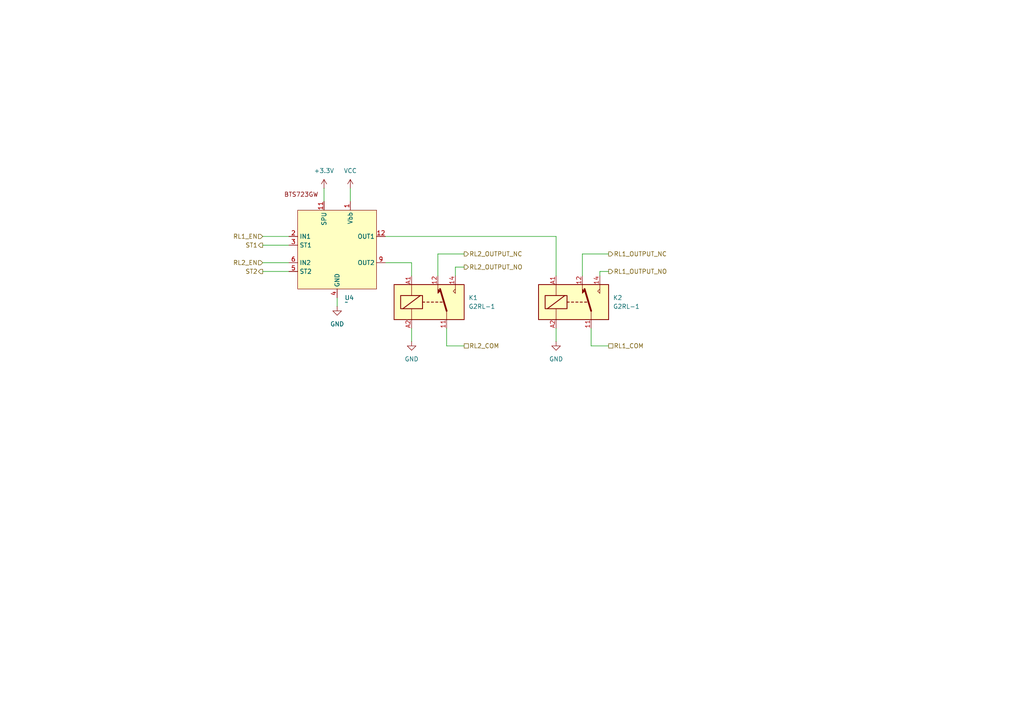
<source format=kicad_sch>
(kicad_sch (version 20250114) (generator "eeschema") (generator_version "9.0")
  (paper "A4")
  (lib_symbols
    (symbol "Relay:G2RL-1"
      (property "Reference" "K" (at 11.43 3.81 0))
      (property "Value" "G2RL-1" (at 11.43 1.27 0))
      (symbol "G2RL-1_0_0"
        (polyline (pts (xy 7.62 5.08) (xy 7.62 2.54) (xy 6.985 3.175) (xy 7.62 3.81)))
      )
      (symbol "G2RL-1_0_1"
        (rectangle (start -10.16 5.08) (end 10.16 -5.08) (stroke (width 0.254)) (fill (type background)))
        (rectangle (start -8.255 1.905) (end -1.905 -1.905) (stroke (width 0.254)))
        (polyline (pts (xy -7.62 -1.905) (xy -2.54 1.905)) (stroke (width 0.254)))
        (polyline (pts (xy -5.08 5.08) (xy -5.08 1.905)))
        (polyline (pts (xy -5.08 -5.08) (xy -5.08 -1.905)))
        (polyline (pts (xy -1.905 0) (xy -1.27 0)) (stroke (width 0.254)))
        (polyline (pts (xy -0.635 0) (xy 0 0)) (stroke (width 0.254)))
        (polyline (pts (xy 0.635 0) (xy 1.27 0)) (stroke (width 0.254)))
        (polyline (pts (xy 1.905 0) (xy 2.54 0)) (stroke (width 0.254)))
        (polyline (pts (xy 2.54 5.08) (xy 2.54 2.54) (xy 3.175 3.175) (xy 2.54 3.81)) (fill (type outline)))
        (polyline (pts (xy 3.175 0) (xy 3.81 0)) (stroke (width 0.254)))
        (polyline (pts (xy 5.08 -2.54) (xy 3.175 3.81)) (stroke (width 0.508)))
        (polyline (pts (xy 5.08 -2.54) (xy 5.08 -5.08)))
      )
      (symbol "G2RL-1_1_1"
        (pin passive line (at -5.08 7.62 270) (length 2.54) (name "~") (number "A1"))
        (pin passive line (at -5.08 -7.62 90) (length 2.54) (name "~") (number "A2"))
        (pin passive line (at 2.54 7.62 270) (length 2.54) (name "~") (number "12"))
        (pin passive line (at 5.08 -7.62 90) (length 2.54) (name "~") (number "11"))
        (pin passive line (at 7.62 7.62 270) (length 2.54) (name "~") (number "14"))
      )
    )
    (symbol "Riqi_Parts:BTS723GW"
      (property "Reference" "U" (at -2.032 5.334 0))
      (symbol "BTS723GW_1_1"
        (rectangle (start -2.54 -1.27) (end 20.32 -24.13) (fill (type background)))
        (text "BTS723GW" (at -1.524 3.302 0) (effects (font (size 1.27 1.27))))
        (pin input line (at -5.08 -8.89 0) (length 2.54) (name "IN1") (number "2"))
        (pin output line (at -5.08 -11.43 0) (length 2.54) (name "ST1") (number "3"))
        (pin input line (at -5.08 -16.51 0) (length 2.54) (name "IN2") (number "6"))
        (pin output line (at -5.08 -19.05 0) (length 2.54) (name "ST2") (number "5"))
        (pin power_in line (at 5.08 1.27 270) (length 2.54) (name "SPU") (number "11"))
        (pin power_in line (at 8.89 -26.67 90) (length 2.54) (name "GND") (number "4"))
        (pin power_in line (at 12.7 1.27 270) (length 2.54) (name "Vbb") (number "1"))
        (pin power_in line (at 12.7 1.27 270) (length 2.54) (hide yes) (name "Vbb") (number "14"))
        (pin power_in line (at 12.7 1.27 270) (length 2.54) (hide yes) (name "Vbb") (number "7"))
        (pin power_in line (at 12.7 1.27 270) (length 2.54) (hide yes) (name "Vbb") (number "8"))
        (pin output line (at 22.86 -8.89 180) (length 2.54) (name "OUT1") (number "12"))
        (pin output line (at 22.86 -8.89 180) (length 2.54) (hide yes) (name "OUT1") (number "13"))
        (pin output line (at 22.86 -16.51 180) (length 2.54) (hide yes) (name "OUT2") (number "10"))
        (pin output line (at 22.86 -16.51 180) (length 2.54) (name "OUT2") (number "9"))
      )
    )
    (symbol "power:+3.3V" (power) (pin_numbers (hide yes)) (pin_names (offset 0) (hide yes))
      (property "Value" "+3.3V" (at 0 3.556 0))
      (symbol "+3.3V_0_1"
        (polyline (pts (xy -0.762 1.27) (xy 0 2.54)))
        (polyline (pts (xy 0 2.54) (xy 0.762 1.27)))
        (polyline (pts (xy 0 0) (xy 0 2.54)))
      )
      (symbol "+3.3V_1_1"
        (pin power_in line (at 0 0 90) (length 0) (name "~") (number "1"))
      )
    )
    (symbol "power:GND" (power) (pin_numbers (hide yes)) (pin_names (offset 0) (hide yes))
      (property "Value" "GND" (at 0 -3.81 0))
      (symbol "GND_0_1"
        (polyline (pts (xy 0 0) (xy 0 -1.27) (xy 1.27 -1.27) (xy 0 -2.54) (xy -1.27 -1.27) (xy 0 -1.27)))
      )
      (symbol "GND_1_1"
        (pin power_in line (at 0 0 270) (length 0) (name "~") (number "1"))
      )
    )
    (symbol "power:VCC" (power) (pin_numbers (hide yes)) (pin_names (offset 0) (hide yes))
      (property "Value" "VCC" (at 0 3.556 0))
      (symbol "VCC_0_1"
        (polyline (pts (xy -0.762 1.27) (xy 0 2.54)))
        (polyline (pts (xy 0 2.54) (xy 0.762 1.27)))
        (polyline (pts (xy 0 0) (xy 0 2.54)))
      )
      (symbol "VCC_1_1"
        (pin power_in line (at 0 0 90) (length 0) (name "~") (number "1"))
      )
    )
  )
  (wire (pts (xy 161.29 80.01) (xy 161.29 68.58)))
  (wire (pts (xy 76.2 76.2) (xy 83.82 76.2)))
  (wire (pts (xy 119.38 95.25) (xy 119.38 99.06)))
  (wire (pts (xy 97.79 86.36) (xy 97.79 88.9)))
  (wire (pts (xy 76.2 71.12) (xy 83.82 71.12)))
  (wire (pts (xy 127 73.66) (xy 127 80.01)))
  (wire (pts (xy 134.62 73.66) (xy 127 73.66)))
  (wire (pts (xy 173.99 78.74) (xy 176.53 78.74)))
  (wire (pts (xy 132.08 77.47) (xy 132.08 80.01)))
  (wire (pts (xy 168.91 73.66) (xy 168.91 80.01)))
  (wire (pts (xy 101.6 54.61) (xy 101.6 58.42)))
  (wire (pts (xy 129.54 95.25) (xy 129.54 100.33)))
  (wire (pts (xy 176.53 100.33) (xy 171.45 100.33)))
  (wire (pts (xy 76.2 78.74) (xy 83.82 78.74)))
  (wire (pts (xy 119.38 76.2) (xy 119.38 80.01)))
  (wire (pts (xy 76.2 68.58) (xy 83.82 68.58)))
  (wire (pts (xy 161.29 95.25) (xy 161.29 99.06)))
  (wire (pts (xy 111.76 76.2) (xy 119.38 76.2)))
  (wire (pts (xy 176.53 73.66) (xy 168.91 73.66)))
  (wire (pts (xy 93.98 54.61) (xy 93.98 58.42)))
  (wire (pts (xy 173.99 80.01) (xy 173.99 78.74)))
  (wire (pts (xy 134.62 77.47) (xy 132.08 77.47)))
  (wire (pts (xy 129.54 100.33) (xy 134.62 100.33)))
  (wire (pts (xy 161.29 68.58) (xy 111.76 68.58)))
  (wire (pts (xy 171.45 100.33) (xy 171.45 95.25)))
  (hierarchical_label "RL2_OUTPUT_NC" (shape output) (at 134.62 73.66 0))
  (hierarchical_label "RL1_COM" (shape passive) (at 176.53 100.33 0))
  (hierarchical_label "RL2_EN" (shape input) (at 76.2 76.2 180))
  (hierarchical_label "ST1" (shape output) (at 76.2 71.12 180))
  (hierarchical_label "RL1_OUTPUT_NO" (shape output) (at 176.53 78.74 0))
  (hierarchical_label "RL2_COM" (shape passive) (at 134.62 100.33 0))
  (hierarchical_label "RL1_OUTPUT_NC" (shape output) (at 176.53 73.66 0))
  (hierarchical_label "RL1_EN" (shape input) (at 76.2 68.58 180))
  (hierarchical_label "RL2_OUTPUT_NO" (shape output) (at 134.62 77.47 0))
  (hierarchical_label "ST2" (shape output) (at 76.2 78.74 180))
  (symbol (lib_id "power:GND") (at 119.38 99.06 0) (unit 1)
    (property "Reference" "#PWR021" (effects (hide yes)))
    (property "Value" "GND" (at 119.38 104.14 0))
    (property "Description" "Power symbol creates a global label with name \"GND\" , ground" (effects (hide yes)))
  )
  (symbol (lib_id "Riqi_Parts:BTS723GW") (at 88.9 59.69 0) (unit 1)
    (property "Reference" "U4" (at 99.9333 86.36 0) (effects (justify left)))
    (property "Value" "~" (at 99.9333 87.63 0) (effects (justify left)))
    (property "Footprint" "Riqi_Parts:SOIC127P600X172-14N" (effects (hide yes)))
  )
  (symbol (lib_id "Relay:G2RL-1") (at 124.46 87.63 0) (unit 1)
    (property "Reference" "K1" (at 135.89 86.3599 0) (effects (justify left)))
    (property "Value" "G2RL-1" (at 135.89 88.8999 0) (effects (justify left)))
    (property "Footprint" "Relay_THT:Relay_SPDT_Omron_G2RL-1" (effects (hide yes)))
    (property "Datasheet" "https://omronfs.omron.com/en_US/ecb/products/pdf/en-g2rl.pdf" (effects (hide yes)))
    (property "Description" "General Purpose Low Profile Relay SPDT Through Hole, Omron G2RL series, 12A 250VAC" (effects (hide yes)))
  )
  (symbol (lib_id "power:+3.3V") (at 93.98 54.61 0) (unit 1)
    (property "Reference" "#PWR019" (effects (hide yes)))
    (property "Value" "+3.3V" (at 93.98 49.53 0))
    (property "Description" "Power symbol creates a global label with name \"+3.3V\"" (effects (hide yes)))
  )
  (symbol (lib_id "power:GND") (at 161.29 99.06 0) (unit 1)
    (property "Reference" "#PWR022" (effects (hide yes)))
    (property "Value" "GND" (at 161.29 104.14 0))
    (property "Description" "Power symbol creates a global label with name \"GND\" , ground" (effects (hide yes)))
  )
  (symbol (lib_id "power:VCC") (at 101.6 54.61 0) (unit 1)
    (property "Reference" "#PWR020" (effects (hide yes)))
    (property "Value" "VCC" (at 101.6 49.53 0))
    (property "Description" "Power symbol creates a global label with name \"VCC\"" (effects (hide yes)))
  )
  (symbol (lib_id "power:GND") (at 97.79 88.9 0) (unit 1)
    (property "Reference" "#PWR018" (effects (hide yes)))
    (property "Value" "GND" (at 97.79 93.98 0))
    (property "Description" "Power symbol creates a global label with name \"GND\" , ground" (effects (hide yes)))
  )
  (symbol (lib_id "Relay:G2RL-1") (at 166.37 87.63 0) (unit 1)
    (property "Reference" "K2" (at 177.8 86.3599 0) (effects (justify left)))
    (property "Value" "G2RL-1" (at 177.8 88.8999 0) (effects (justify left)))
    (property "Footprint" "Relay_THT:Relay_SPDT_Omron_G2RL-1" (effects (hide yes)))
    (property "Datasheet" "https://omronfs.omron.com/en_US/ecb/products/pdf/en-g2rl.pdf" (effects (hide yes)))
    (property "Description" "General Purpose Low Profile Relay SPDT Through Hole, Omron G2RL series, 12A 250VAC" (effects (hide yes)))
  )
)
</source>
